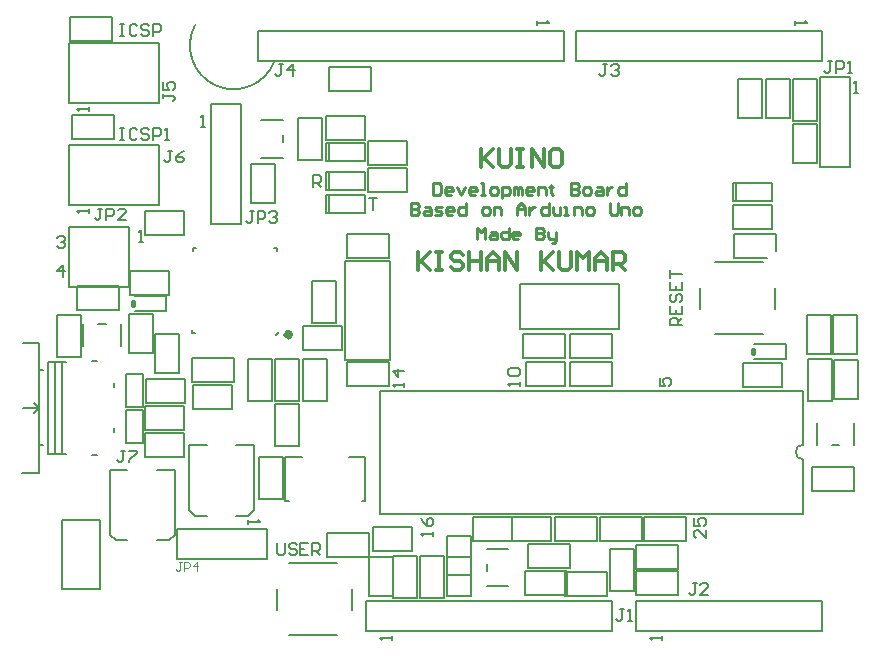
<source format=gto>
G04*
G04 #@! TF.GenerationSoftware,Altium Limited,Altium Designer,22.11.1 (43)*
G04*
G04 Layer_Color=65535*
%FSLAX44Y44*%
%MOMM*%
G71*
G04*
G04 #@! TF.SameCoordinates,2AA7A9AF-3E7F-4844-AC60-F76D4B8FDDD6*
G04*
G04*
G04 #@! TF.FilePolarity,Positive*
G04*
G01*
G75*
%ADD10C,0.2000*%
%ADD11C,0.5000*%
%ADD12C,0.4000*%
%ADD13C,0.3540*%
%ADD14C,0.2540*%
%ADD15C,0.1000*%
D10*
X119746Y525398D02*
G03*
X187152Y495300I32655J-17398D01*
G01*
X634620Y170180D02*
G03*
X634620Y157480I0J-6350D01*
G01*
X611280Y334280D02*
Y348160D01*
X575720Y327840D02*
X604000D01*
X575720D02*
Y348160D01*
X611280D01*
X49780Y511840D02*
Y532160D01*
X14220Y511840D02*
X49780D01*
X14220D02*
Y532160D01*
X49780D01*
X114500Y114500D02*
Y169500D01*
X129500D01*
X154500D02*
X169500D01*
Y114500D02*
Y169500D01*
X119500Y109500D02*
X129500D01*
X114500Y114500D02*
X119500Y109500D01*
X154500D02*
X164500D01*
X169500Y114500D01*
X12700Y510540D02*
X88900D01*
Y459740D02*
Y510540D01*
X12700Y459740D02*
X88900D01*
X12700D02*
Y510540D01*
X265990Y427020D02*
X299010D01*
X265990Y406700D02*
X299010D01*
X265990D02*
Y427020D01*
X299010Y406700D02*
Y427020D01*
X299510Y383700D02*
Y404020D01*
X266490Y383700D02*
Y404020D01*
Y383700D02*
X299510D01*
X266490Y404020D02*
X299510D01*
X166840Y374490D02*
Y407510D01*
X187160Y374490D02*
Y407510D01*
X166840Y374490D02*
X187160D01*
X166840Y407510D02*
X187160D01*
X151130Y200660D02*
Y220980D01*
X118110Y200660D02*
Y220980D01*
Y200660D02*
X151130D01*
X118110Y220980D02*
X151130D01*
X63500Y247650D02*
Y280670D01*
X83820Y247650D02*
Y280670D01*
X63500Y247650D02*
X83820D01*
X63500Y280670D02*
X83820D01*
X77470Y347980D02*
Y368300D01*
X110490Y347980D02*
Y368300D01*
X77470D02*
X110490D01*
X77470Y347980D02*
X110490D01*
X78130Y226060D02*
X111150D01*
X78130Y205740D02*
X111150D01*
X78130D02*
Y226060D01*
X111150Y205740D02*
Y226060D01*
X110490Y182880D02*
Y203200D01*
X77470Y182880D02*
Y203200D01*
Y182880D02*
X110490D01*
X77470Y203200D02*
X110490D01*
X77490Y180160D02*
X110510D01*
X77490Y159840D02*
X110510D01*
X77490D02*
Y180160D01*
X110510Y159840D02*
Y180160D01*
X244510Y249840D02*
Y270160D01*
X211490Y249840D02*
Y270160D01*
Y249840D02*
X244510D01*
X211490Y270160D02*
X244510D01*
X602840Y446490D02*
Y479510D01*
X623160Y446490D02*
Y479510D01*
X602840Y446490D02*
X623160D01*
X602840Y479510D02*
X623160D01*
X579840D02*
X600160D01*
X579840Y446490D02*
X600160D01*
Y479510D01*
X579840Y446490D02*
Y479510D01*
X625840Y408490D02*
Y441510D01*
X646160Y408490D02*
Y441510D01*
X625840Y408490D02*
X646160D01*
X625840Y441510D02*
X646160D01*
X332740Y59690D02*
X353060D01*
X332740Y92710D02*
X353060D01*
X332740Y59690D02*
Y92710D01*
X353060Y59690D02*
Y92710D01*
Y41910D02*
Y74930D01*
X332740Y41910D02*
Y74930D01*
X353060D01*
X332740Y41910D02*
X353060D01*
X388490Y88840D02*
Y109160D01*
X421510Y88840D02*
Y109160D01*
X388490D02*
X421510D01*
X388490Y88840D02*
X421510D01*
X230490Y427840D02*
X263510D01*
X230490Y448160D02*
X263510D01*
Y427840D02*
Y448160D01*
X230490Y427840D02*
Y448160D01*
X575310Y353060D02*
Y373380D01*
X608330Y353060D02*
Y373380D01*
X575310D02*
X608330D01*
X575310Y353060D02*
X608330D01*
X583490Y239160D02*
X616510D01*
X583490Y218840D02*
X616510D01*
X583490D02*
Y239160D01*
X616510Y218840D02*
Y239160D01*
X399990Y219840D02*
Y240160D01*
X433010Y219840D02*
Y240160D01*
X399990D02*
X433010D01*
X399990Y219840D02*
X433010D01*
X64770Y297180D02*
X97790D01*
X64770Y317500D02*
X97790D01*
Y297180D02*
Y317500D01*
X64770Y297180D02*
Y317500D01*
X85840Y230490D02*
X106160D01*
X85840Y263510D02*
X106160D01*
X85840Y230490D02*
Y263510D01*
X106160Y230490D02*
Y263510D01*
X680160Y246490D02*
Y279510D01*
X659840Y246490D02*
Y279510D01*
X680160D01*
X659840Y246490D02*
X680160D01*
X266700Y41910D02*
X287020D01*
X266700Y74930D02*
X287020D01*
X266700Y41910D02*
Y74930D01*
X287020Y41910D02*
Y74930D01*
X660840Y208990D02*
Y242010D01*
X681160Y208990D02*
Y242010D01*
X660840Y208990D02*
X681160D01*
X660840Y242010D02*
X681160D01*
X354990Y88900D02*
Y109220D01*
X388010Y88900D02*
Y109220D01*
X354990D02*
X388010D01*
X354990Y88900D02*
X388010D01*
X270817Y100685D02*
X303837D01*
X270817Y80365D02*
X303837D01*
X270817D02*
Y100685D01*
X303837Y80365D02*
Y100685D01*
X637840Y246490D02*
X658160D01*
X637840Y279510D02*
X658160D01*
X637840Y246490D02*
Y279510D01*
X658160Y246490D02*
Y279510D01*
X68580Y283210D02*
X95250D01*
X68580Y295910D02*
X95250D01*
Y283210D02*
Y295910D01*
X619970Y242650D02*
Y255350D01*
X593300D02*
X619970D01*
X593300Y242650D02*
X619970D01*
X650240Y12700D02*
Y38100D01*
X492760Y12700D02*
Y38100D01*
X650240D01*
X492760Y12700D02*
X650240D01*
X649300Y405500D02*
X674700D01*
X649300D02*
Y481700D01*
X674700Y405500D02*
Y481700D01*
X649300D02*
X674700D01*
X180340Y73660D02*
Y99060D01*
X104140Y73660D02*
X180340D01*
X104140Y99060D02*
X180340D01*
X104140Y73660D02*
Y99060D01*
X230220Y385380D02*
X232760D01*
X230220Y400620D02*
X232760D01*
X263240D01*
Y385380D02*
Y400620D01*
X232760Y385380D02*
X263240D01*
X232760D02*
Y400620D01*
X230220Y385380D02*
Y400620D01*
Y366380D02*
Y381620D01*
X232760Y366380D02*
Y381620D01*
Y366380D02*
X263240D01*
Y381620D01*
X232760D02*
X263240D01*
X230220D02*
X232760D01*
X230220Y366380D02*
X232760D01*
X230220Y410380D02*
X232760D01*
X230220Y425620D02*
X232760D01*
X263240D01*
Y410380D02*
Y425620D01*
X232760Y410380D02*
X263240D01*
X232760D02*
Y425620D01*
X230220Y410380D02*
Y425620D01*
X575220Y376380D02*
Y391620D01*
X577760Y376380D02*
Y391620D01*
Y376380D02*
X608240D01*
Y391620D01*
X577760D02*
X608240D01*
X575220D02*
X577760D01*
X575220Y376380D02*
X577760D01*
X133300Y357100D02*
X158700D01*
Y458700D01*
X133300Y357100D02*
Y458700D01*
X158700D01*
X264160Y12700D02*
X472440D01*
X264160Y38100D02*
X472440D01*
X264160Y12700D02*
Y38100D01*
X472440Y12700D02*
Y38100D01*
X441960Y495300D02*
Y520700D01*
X650240Y495300D02*
Y520700D01*
X441960Y495300D02*
X650240D01*
X441960Y520700D02*
X650240D01*
X431800Y495300D02*
Y520700D01*
X172720Y495300D02*
X431800D01*
X172720Y520700D02*
X431800D01*
X172720Y495300D02*
Y520700D01*
X12700Y373380D02*
Y424180D01*
Y373380D02*
X88900D01*
Y424180D01*
X12700D02*
X88900D01*
X63500Y303900D02*
Y354700D01*
X12700D02*
X63500D01*
X12700Y303900D02*
Y354700D01*
Y303900D02*
X63500D01*
X196000Y122000D02*
Y160000D01*
X210000D01*
X250000D02*
X264000D01*
Y122000D02*
Y160000D01*
X261000Y122000D02*
X264000D01*
X196000D02*
X199000D01*
X246950Y241590D02*
X285050D01*
X246950D02*
Y325410D01*
X285050D01*
Y241590D02*
Y325410D01*
X478910Y267950D02*
Y306050D01*
X395090Y267950D02*
X478910D01*
X395090D02*
Y306050D01*
X478910D01*
X276480Y215900D02*
X634620D01*
X276480Y111760D02*
Y215900D01*
X634620Y111760D02*
Y157480D01*
X276480Y111760D02*
X634620D01*
Y170180D02*
Y215900D01*
X194000Y426000D02*
Y432000D01*
X176000Y445000D02*
X194000D01*
X176000Y413000D02*
X194000D01*
X38000Y272000D02*
X44000D01*
X25000Y254000D02*
Y272000D01*
X57000Y254000D02*
Y272000D01*
X659000Y170000D02*
X665000D01*
X678000D02*
Y188000D01*
X646000Y170000D02*
Y188000D01*
X366920Y63040D02*
Y69040D01*
Y50040D02*
X384920D01*
X366920Y82040D02*
X384920D01*
X97500Y89000D02*
X102500Y94000D01*
X87500Y89000D02*
X97500D01*
X47500Y94000D02*
X52500Y89000D01*
X62500D01*
X102500Y94000D02*
Y149000D01*
X87500D02*
X102500D01*
X47500D02*
X62500D01*
X47500Y94000D02*
Y149000D01*
X6860Y105960D02*
X38860D01*
X6860Y47960D02*
Y105960D01*
Y47960D02*
X38860D01*
Y105960D01*
X559680Y263520D02*
X600320D01*
X559680Y324480D02*
X600320D01*
X610480Y285110D02*
Y302890D01*
X546980Y285110D02*
Y302890D01*
X253020Y30110D02*
Y47890D01*
X189520Y30110D02*
Y47890D01*
X199680Y8520D02*
X240320D01*
X199680Y69480D02*
X240320D01*
X-16630Y197000D02*
X-12630Y201000D01*
X-16630Y205000D02*
X-12630Y201000D01*
X-16630Y205000D02*
X-12630Y201000D01*
X-25630D02*
X-12630D01*
X-26630Y146000D02*
X-12630D01*
X-25630Y256000D02*
X-12630D01*
Y146000D02*
Y256000D01*
X7370Y162000D02*
Y240000D01*
X1370Y162000D02*
Y240000D01*
X32710Y161169D02*
X36710D01*
X32370Y241000D02*
X36370D01*
X51370Y219000D02*
Y222000D01*
Y181000D02*
Y184000D01*
X-4630Y240000D02*
X10370D01*
X-4630Y162000D02*
Y240000D01*
Y162000D02*
X10370D01*
X-12630Y233000D02*
X-8630D01*
X-12630Y170000D02*
X-8630D01*
X189560Y334290D02*
Y336830D01*
X187020D02*
X189560D01*
X118440Y334290D02*
Y336830D01*
X120980D01*
X117170Y264440D02*
X119710D01*
X117170D02*
Y266980D01*
X188290Y263170D02*
X190830Y265710D01*
X75580Y201900D02*
Y229900D01*
X61580Y201900D02*
X75580D01*
X61580D02*
Y229900D01*
X75580D01*
X61580Y171540D02*
Y199540D01*
X75580D01*
Y171540D02*
Y199540D01*
X61580Y171540D02*
X75580D01*
X231160Y207220D02*
Y242780D01*
X210840D02*
X231160D01*
X210840Y207220D02*
Y242780D01*
Y207220D02*
X231160D01*
X208160D02*
Y242780D01*
X187840D02*
X208160D01*
X187840Y207220D02*
Y242780D01*
Y207220D02*
X208160D01*
X239160Y273220D02*
Y308780D01*
X218840D02*
X239160D01*
X218840Y273220D02*
Y308780D01*
Y273220D02*
X239160D01*
X185160Y207220D02*
Y242780D01*
X164840D02*
X185160D01*
X164840Y207220D02*
Y242780D01*
Y207220D02*
X185160D01*
X116840Y243840D02*
X152400D01*
X116840Y223520D02*
Y243840D01*
Y223520D02*
X152400D01*
Y243840D01*
X15220Y449160D02*
X50780D01*
X15220Y428840D02*
Y449160D01*
Y428840D02*
X50780D01*
Y449160D01*
X248220Y327840D02*
X283780D01*
Y348160D01*
X248220D02*
X283780D01*
X248220Y327840D02*
Y348160D01*
Y219840D02*
X283780D01*
Y240160D01*
X248220D02*
X283780D01*
X248220Y219840D02*
Y240160D01*
X646160Y444220D02*
Y479780D01*
X625840D02*
X646160D01*
X625840Y444220D02*
Y479780D01*
Y444220D02*
X646160D01*
X433220Y62160D02*
X468780D01*
X433220Y41840D02*
Y62160D01*
Y41840D02*
X468780D01*
Y62160D01*
X287020Y40640D02*
Y76200D01*
Y40640D02*
X307340D01*
Y76200D01*
X287020D02*
X307340D01*
X398780Y63500D02*
X434340D01*
X398780Y43180D02*
Y63500D01*
Y43180D02*
X434340D01*
Y63500D01*
X173840Y124220D02*
Y159780D01*
Y124220D02*
X194160D01*
Y159780D01*
X173840D02*
X194160D01*
X231720Y74840D02*
X267280D01*
Y95160D01*
X231720D02*
X267280D01*
X231720Y74840D02*
Y95160D01*
X233220Y490160D02*
X268780D01*
X233220Y469840D02*
Y490160D01*
Y469840D02*
X268780D01*
Y490160D01*
X493220Y64840D02*
X528780D01*
Y85160D01*
X493220D02*
X528780D01*
X493220Y64840D02*
Y85160D01*
X437220Y219840D02*
X472780D01*
Y240160D01*
X437220D02*
X472780D01*
X437220Y219840D02*
Y240160D01*
X500220Y109160D02*
X535780D01*
X500220Y88840D02*
Y109160D01*
Y88840D02*
X535780D01*
Y109160D01*
X424220Y88840D02*
X459780D01*
Y109160D01*
X424220D02*
X459780D01*
X424220Y88840D02*
Y109160D01*
X462220D02*
X497780D01*
X462220Y88840D02*
Y109160D01*
Y88840D02*
X497780D01*
Y109160D01*
X227160Y411220D02*
Y446780D01*
X206840D02*
X227160D01*
X206840Y411220D02*
Y446780D01*
Y411220D02*
X227160D01*
X397720Y264160D02*
X433280D01*
X397720Y243840D02*
Y264160D01*
Y243840D02*
X433280D01*
Y264160D01*
X437220D02*
X472780D01*
X437220Y243840D02*
Y264160D01*
Y243840D02*
X472780D01*
Y264160D01*
X19660Y284480D02*
X55220D01*
Y304800D01*
X19660D02*
X55220D01*
X19660Y284480D02*
Y304800D01*
X2540Y244500D02*
Y280060D01*
Y244500D02*
X22860D01*
Y280060D01*
X2540D02*
X22860D01*
X642220Y151160D02*
X677780D01*
X642220Y130840D02*
Y151160D01*
Y130840D02*
X677780D01*
Y151160D01*
X309880Y40640D02*
Y76200D01*
Y40640D02*
X330200D01*
Y76200D01*
X309880D02*
X330200D01*
X659160Y207220D02*
Y242780D01*
X638840D02*
X659160D01*
X638840Y207220D02*
Y242780D01*
Y207220D02*
X659160D01*
X401320Y86360D02*
X436880D01*
X401320Y66040D02*
Y86360D01*
Y66040D02*
X436880D01*
Y86360D01*
X208160Y168720D02*
Y204280D01*
X187840D02*
X208160D01*
X187840Y168720D02*
Y204280D01*
Y168720D02*
X208160D01*
X493220Y42840D02*
X528780D01*
Y63160D01*
X493220D02*
X528780D01*
X493220Y42840D02*
Y63160D01*
X491160Y46220D02*
Y81780D01*
X470840D02*
X491160D01*
X470840Y46220D02*
Y81780D01*
Y46220D02*
X491160D01*
X29750Y452850D02*
Y456182D01*
Y454516D01*
X19753D01*
X21419Y452850D01*
X514890Y4540D02*
Y7872D01*
Y6206D01*
X504893D01*
X506559Y4540D01*
X678000Y468000D02*
X681332D01*
X679666D01*
Y477997D01*
X678000Y476331D01*
X165000Y106000D02*
Y102668D01*
Y104334D01*
X174997D01*
X173331Y106000D01*
X125140Y439110D02*
X128472D01*
X126806D01*
Y449107D01*
X125140Y447441D01*
X286290Y4540D02*
Y7872D01*
Y6206D01*
X276293D01*
X277959Y4540D01*
X628110Y528860D02*
Y525528D01*
Y527194D01*
X638107D01*
X636441Y528860D01*
X409670D02*
Y525528D01*
Y527194D01*
X419667D01*
X418001Y528860D01*
X29750Y366490D02*
Y369822D01*
Y368156D01*
X19753D01*
X21419Y366490D01*
X72000Y342000D02*
X75332D01*
X73666D01*
Y351997D01*
X72000Y350331D01*
X220000Y388000D02*
Y397997D01*
X224998D01*
X226665Y396331D01*
Y392998D01*
X224998Y391332D01*
X220000D01*
X223332D02*
X226665Y388000D01*
X267000Y378997D02*
X273664D01*
X270332D01*
Y369000D01*
X552000Y97664D02*
Y91000D01*
X545336Y97664D01*
X543669D01*
X542003Y95998D01*
Y92666D01*
X543669Y91000D01*
X542003Y107661D02*
Y100997D01*
X547002D01*
X545336Y104329D01*
Y105995D01*
X547002Y107661D01*
X550334D01*
X552000Y105995D01*
Y102663D01*
X550334Y100997D01*
X321000Y93000D02*
Y96332D01*
Y94666D01*
X311003D01*
X312669Y93000D01*
X311003Y107995D02*
X312669Y104663D01*
X316002Y101331D01*
X319334D01*
X321000Y102997D01*
Y106329D01*
X319334Y107995D01*
X317668D01*
X316002Y106329D01*
Y101331D01*
X297000Y219000D02*
Y222332D01*
Y220666D01*
X287003D01*
X288669Y219000D01*
X297000Y232329D02*
X287003D01*
X292002Y227331D01*
Y233995D01*
X395000Y220000D02*
Y223332D01*
Y221666D01*
X385003D01*
X386669Y220000D01*
Y228331D02*
X385003Y229997D01*
Y233329D01*
X386669Y234995D01*
X393334D01*
X395000Y233329D01*
Y229997D01*
X393334Y228331D01*
X386669D01*
X513003Y226665D02*
Y220000D01*
X518002D01*
X516335Y223332D01*
Y224998D01*
X518002Y226665D01*
X521334D01*
X523000Y224998D01*
Y221666D01*
X521334Y220000D01*
X7998Y312000D02*
Y321997D01*
X3000Y316998D01*
X9664D01*
X3000Y345331D02*
X4666Y346997D01*
X7998D01*
X9664Y345331D01*
Y343665D01*
X7998Y341998D01*
X6332D01*
X7998D01*
X9664Y340332D01*
Y338666D01*
X7998Y337000D01*
X4666D01*
X3000Y338666D01*
X56000Y437997D02*
X59332D01*
X57666D01*
Y428000D01*
X56000D01*
X59332D01*
X70995Y436331D02*
X69329Y437997D01*
X65997D01*
X64331Y436331D01*
Y429666D01*
X65997Y428000D01*
X69329D01*
X70995Y429666D01*
X80992Y436331D02*
X79326Y437997D01*
X75993D01*
X74327Y436331D01*
Y434664D01*
X75993Y432998D01*
X79326D01*
X80992Y431332D01*
Y429666D01*
X79326Y428000D01*
X75993D01*
X74327Y429666D01*
X84324Y428000D02*
Y437997D01*
X89323D01*
X90989Y436331D01*
Y432998D01*
X89323Y431332D01*
X84324D01*
X94321Y428000D02*
X97653D01*
X95987D01*
Y437997D01*
X94321Y436331D01*
X56000Y525997D02*
X59332D01*
X57666D01*
Y516000D01*
X56000D01*
X59332D01*
X70995Y524331D02*
X69329Y525997D01*
X65997D01*
X64331Y524331D01*
Y517666D01*
X65997Y516000D01*
X69329D01*
X70995Y517666D01*
X80992Y524331D02*
X79326Y525997D01*
X75993D01*
X74327Y524331D01*
Y522664D01*
X75993Y520998D01*
X79326D01*
X80992Y519332D01*
Y517666D01*
X79326Y516000D01*
X75993D01*
X74327Y517666D01*
X84324Y516000D02*
Y525997D01*
X89323D01*
X90989Y524331D01*
Y520998D01*
X89323Y519332D01*
X84324D01*
X189000Y86997D02*
Y78666D01*
X190666Y77000D01*
X193998D01*
X195665Y78666D01*
Y86997D01*
X205661Y85331D02*
X203995Y86997D01*
X200663D01*
X198997Y85331D01*
Y83665D01*
X200663Y81998D01*
X203995D01*
X205661Y80332D01*
Y78666D01*
X203995Y77000D01*
X200663D01*
X198997Y78666D01*
X215658Y86997D02*
X208994D01*
Y77000D01*
X215658D01*
X208994Y81998D02*
X212326D01*
X218990Y77000D02*
Y86997D01*
X223989D01*
X225655Y85331D01*
Y81998D01*
X223989Y80332D01*
X218990D01*
X222323D02*
X225655Y77000D01*
X532000Y271000D02*
X522003D01*
Y275998D01*
X523669Y277665D01*
X527002D01*
X528668Y275998D01*
Y271000D01*
Y274332D02*
X532000Y277665D01*
X522003Y287661D02*
Y280997D01*
X532000D01*
Y287661D01*
X527002Y280997D02*
Y284329D01*
X523669Y297658D02*
X522003Y295992D01*
Y292660D01*
X523669Y290994D01*
X525336D01*
X527002Y292660D01*
Y295992D01*
X528668Y297658D01*
X530334D01*
X532000Y295992D01*
Y292660D01*
X530334Y290994D01*
X522003Y307655D02*
Y300990D01*
X532000D01*
Y307655D01*
X527002Y300990D02*
Y304323D01*
X522003Y310987D02*
Y317652D01*
Y314319D01*
X532000D01*
X169335Y367998D02*
X166003D01*
X167669D01*
Y359668D01*
X166003Y358002D01*
X164337D01*
X162671Y359668D01*
X172668Y358002D02*
Y367998D01*
X177666D01*
X179332Y366332D01*
Y363000D01*
X177666Y361334D01*
X172668D01*
X182665Y366332D02*
X184331Y367998D01*
X187663D01*
X189329Y366332D01*
Y364666D01*
X187663Y363000D01*
X185997D01*
X187663D01*
X189329Y361334D01*
Y359668D01*
X187663Y358002D01*
X184331D01*
X182665Y359668D01*
X41336Y369998D02*
X38003D01*
X39669D01*
Y361668D01*
X38003Y360002D01*
X36337D01*
X34671Y361668D01*
X44668Y360002D02*
Y369998D01*
X49666D01*
X51332Y368332D01*
Y365000D01*
X49666Y363334D01*
X44668D01*
X61329Y360002D02*
X54665D01*
X61329Y366666D01*
Y368332D01*
X59663Y369998D01*
X56331D01*
X54665Y368332D01*
X659002Y494998D02*
X655669D01*
X657336D01*
Y486668D01*
X655669Y485002D01*
X654003D01*
X652337Y486668D01*
X662334Y485002D02*
Y494998D01*
X667332D01*
X668998Y493332D01*
Y490000D01*
X667332Y488334D01*
X662334D01*
X672331Y485002D02*
X675663D01*
X673997D01*
Y494998D01*
X672331Y493332D01*
X60334Y164998D02*
X57002D01*
X58668D01*
Y156668D01*
X57002Y155002D01*
X55335D01*
X53669Y156668D01*
X63666Y164998D02*
X70331D01*
Y163332D01*
X63666Y156668D01*
Y155002D01*
X100334Y418998D02*
X97002D01*
X98668D01*
Y410668D01*
X97002Y409002D01*
X95336D01*
X93669Y410668D01*
X110331Y418998D02*
X106998Y417332D01*
X103666Y414000D01*
Y410668D01*
X105332Y409002D01*
X108665D01*
X110331Y410668D01*
Y412334D01*
X108665Y414000D01*
X103666D01*
X93002Y467334D02*
Y464002D01*
Y465668D01*
X101332D01*
X102998Y464002D01*
Y462336D01*
X101332Y460669D01*
X93002Y477331D02*
Y470666D01*
X98000D01*
X96334Y473998D01*
Y475664D01*
X98000Y477331D01*
X101332D01*
X102998Y475664D01*
Y472332D01*
X101332Y470666D01*
X194334Y491998D02*
X191002D01*
X192668D01*
Y483668D01*
X191002Y482002D01*
X189335D01*
X187669Y483668D01*
X202665Y482002D02*
Y491998D01*
X197666Y487000D01*
X204331D01*
X468334Y491998D02*
X465002D01*
X466668D01*
Y483668D01*
X465002Y482002D01*
X463335D01*
X461669Y483668D01*
X471666Y490332D02*
X473332Y491998D01*
X476665D01*
X478331Y490332D01*
Y488666D01*
X476665Y487000D01*
X474998D01*
X476665D01*
X478331Y485334D01*
Y483668D01*
X476665Y482002D01*
X473332D01*
X471666Y483668D01*
X544334Y52998D02*
X541002D01*
X542668D01*
Y44668D01*
X541002Y43002D01*
X539336D01*
X537669Y44668D01*
X554331Y43002D02*
X547666D01*
X554331Y49666D01*
Y51332D01*
X552664Y52998D01*
X549332D01*
X547666Y51332D01*
X483000Y30998D02*
X479668D01*
X481334D01*
Y22668D01*
X479668Y21002D01*
X478002D01*
X476335Y22668D01*
X486332Y21002D02*
X489664D01*
X487998D01*
Y30998D01*
X486332Y29332D01*
D11*
X200246Y263170D02*
G03*
X200246Y263170I-1796J0D01*
G01*
D12*
X67310Y288290D02*
Y290830D01*
X592030Y247730D02*
Y250270D01*
D13*
X308540Y332775D02*
Y317540D01*
Y322618D01*
X318697Y332775D01*
X311079Y325158D01*
X318697Y317540D01*
X323775Y332775D02*
X328853D01*
X326314D01*
Y317540D01*
X323775D01*
X328853D01*
X346628Y330236D02*
X344089Y332775D01*
X339010D01*
X336471Y330236D01*
Y327697D01*
X339010Y325158D01*
X344089D01*
X346628Y322618D01*
Y320079D01*
X344089Y317540D01*
X339010D01*
X336471Y320079D01*
X351706Y332775D02*
Y317540D01*
Y325158D01*
X361863D01*
Y332775D01*
Y317540D01*
X366941D02*
Y327697D01*
X372019Y332775D01*
X377098Y327697D01*
Y317540D01*
Y325158D01*
X366941D01*
X382176Y317540D02*
Y332775D01*
X392333Y317540D01*
Y332775D01*
X412646D02*
Y317540D01*
Y322618D01*
X422803Y332775D01*
X415186Y325158D01*
X422803Y317540D01*
X427881Y332775D02*
Y320079D01*
X430421Y317540D01*
X435499D01*
X438038Y320079D01*
Y332775D01*
X443116Y317540D02*
Y332775D01*
X448195Y327697D01*
X453273Y332775D01*
Y317540D01*
X458352D02*
Y327697D01*
X463430Y332775D01*
X468508Y327697D01*
Y317540D01*
Y325158D01*
X458352D01*
X473587Y317540D02*
Y332775D01*
X481204D01*
X483743Y330236D01*
Y325158D01*
X481204Y322618D01*
X473587D01*
X478665D02*
X483743Y317540D01*
X361540Y420775D02*
Y405540D01*
Y410618D01*
X371697Y420775D01*
X364079Y413158D01*
X371697Y405540D01*
X376775Y420775D02*
Y408079D01*
X379314Y405540D01*
X384393D01*
X386932Y408079D01*
Y420775D01*
X392010D02*
X397089D01*
X394549D01*
Y405540D01*
X392010D01*
X397089D01*
X404706D02*
Y420775D01*
X414863Y405540D01*
Y420775D01*
X427559D02*
X422480D01*
X419941Y418236D01*
Y408079D01*
X422480Y405540D01*
X427559D01*
X430098Y408079D01*
Y418236D01*
X427559Y420775D01*
D14*
X358540Y343872D02*
Y353869D01*
X361872Y350537D01*
X365205Y353869D01*
Y343872D01*
X370203Y350537D02*
X373535D01*
X375201Y348871D01*
Y343872D01*
X370203D01*
X368537Y345538D01*
X370203Y347205D01*
X375201D01*
X385198Y353869D02*
Y343872D01*
X380200D01*
X378534Y345538D01*
Y348871D01*
X380200Y350537D01*
X385198D01*
X393529Y343872D02*
X390196D01*
X388530Y345538D01*
Y348871D01*
X390196Y350537D01*
X393529D01*
X395195Y348871D01*
Y347205D01*
X388530D01*
X408524Y353869D02*
Y343872D01*
X413522D01*
X415188Y345538D01*
Y347205D01*
X413522Y348871D01*
X408524D01*
X413522D01*
X415188Y350537D01*
Y352203D01*
X413522Y353869D01*
X408524D01*
X418521Y350537D02*
Y345538D01*
X420187Y343872D01*
X425185D01*
Y342206D01*
X423519Y340540D01*
X421853D01*
X425185Y343872D02*
Y350537D01*
X302540Y374537D02*
Y364540D01*
X307538D01*
X309205Y366206D01*
Y367872D01*
X307538Y369538D01*
X302540D01*
X307538D01*
X309205Y371204D01*
Y372871D01*
X307538Y374537D01*
X302540D01*
X314203Y371204D02*
X317535D01*
X319201Y369538D01*
Y364540D01*
X314203D01*
X312537Y366206D01*
X314203Y367872D01*
X319201D01*
X322534Y364540D02*
X327532D01*
X329198Y366206D01*
X327532Y367872D01*
X324200D01*
X322534Y369538D01*
X324200Y371204D01*
X329198D01*
X337529Y364540D02*
X334197D01*
X332530Y366206D01*
Y369538D01*
X334197Y371204D01*
X337529D01*
X339195Y369538D01*
Y367872D01*
X332530D01*
X349192Y374537D02*
Y364540D01*
X344193D01*
X342527Y366206D01*
Y369538D01*
X344193Y371204D01*
X349192D01*
X364187Y364540D02*
X367519D01*
X369185Y366206D01*
Y369538D01*
X367519Y371204D01*
X364187D01*
X362521Y369538D01*
Y366206D01*
X364187Y364540D01*
X372518D02*
Y371204D01*
X377516D01*
X379182Y369538D01*
Y364540D01*
X392511D02*
Y371204D01*
X395843Y374537D01*
X399175Y371204D01*
Y364540D01*
Y369538D01*
X392511D01*
X402508Y371204D02*
Y364540D01*
Y367872D01*
X404174Y369538D01*
X405840Y371204D01*
X407506D01*
X419169Y374537D02*
Y364540D01*
X414171D01*
X412505Y366206D01*
Y369538D01*
X414171Y371204D01*
X419169D01*
X422501D02*
Y366206D01*
X424168Y364540D01*
X429166D01*
Y371204D01*
X432498Y364540D02*
X435830D01*
X434164D01*
Y371204D01*
X432498D01*
X440829Y364540D02*
Y371204D01*
X445827D01*
X447493Y369538D01*
Y364540D01*
X452492D02*
X455824D01*
X457490Y366206D01*
Y369538D01*
X455824Y371204D01*
X452492D01*
X450826Y369538D01*
Y366206D01*
X452492Y364540D01*
X470819Y374537D02*
Y366206D01*
X472485Y364540D01*
X475817D01*
X477484Y366206D01*
Y374537D01*
X480816Y364540D02*
Y371204D01*
X485814D01*
X487480Y369538D01*
Y364540D01*
X492479D02*
X495811D01*
X497477Y366206D01*
Y369538D01*
X495811Y371204D01*
X492479D01*
X490813Y369538D01*
Y366206D01*
X492479Y364540D01*
X321540Y391869D02*
Y381872D01*
X326538D01*
X328204Y383538D01*
Y390203D01*
X326538Y391869D01*
X321540D01*
X336535Y381872D02*
X333203D01*
X331537Y383538D01*
Y386871D01*
X333203Y388537D01*
X336535D01*
X338201Y386871D01*
Y385205D01*
X331537D01*
X341534Y388537D02*
X344866Y381872D01*
X348198Y388537D01*
X356529Y381872D02*
X353196D01*
X351530Y383538D01*
Y386871D01*
X353196Y388537D01*
X356529D01*
X358195Y386871D01*
Y385205D01*
X351530D01*
X361527Y381872D02*
X364859D01*
X363193D01*
Y391869D01*
X361527D01*
X371524Y381872D02*
X374856D01*
X376522Y383538D01*
Y386871D01*
X374856Y388537D01*
X371524D01*
X369858Y386871D01*
Y383538D01*
X371524Y381872D01*
X379855Y378540D02*
Y388537D01*
X384853D01*
X386519Y386871D01*
Y383538D01*
X384853Y381872D01*
X379855D01*
X389851D02*
Y388537D01*
X391517D01*
X393184Y386871D01*
Y381872D01*
Y386871D01*
X394850Y388537D01*
X396516Y386871D01*
Y381872D01*
X404846D02*
X401514D01*
X399848Y383538D01*
Y386871D01*
X401514Y388537D01*
X404846D01*
X406513Y386871D01*
Y385205D01*
X399848D01*
X409845Y381872D02*
Y388537D01*
X414843D01*
X416509Y386871D01*
Y381872D01*
X421508Y390203D02*
Y388537D01*
X419842D01*
X423174D01*
X421508D01*
Y383538D01*
X423174Y381872D01*
X438169Y391869D02*
Y381872D01*
X443167D01*
X444834Y383538D01*
Y385205D01*
X443167Y386871D01*
X438169D01*
X443167D01*
X444834Y388537D01*
Y390203D01*
X443167Y391869D01*
X438169D01*
X449832Y381872D02*
X453164D01*
X454830Y383538D01*
Y386871D01*
X453164Y388537D01*
X449832D01*
X448166Y386871D01*
Y383538D01*
X449832Y381872D01*
X459829Y388537D02*
X463161D01*
X464827Y386871D01*
Y381872D01*
X459829D01*
X458163Y383538D01*
X459829Y385205D01*
X464827D01*
X468159Y388537D02*
Y381872D01*
Y385205D01*
X469826Y386871D01*
X471492Y388537D01*
X473158D01*
X484821Y391869D02*
Y381872D01*
X479822D01*
X478156Y383538D01*
Y386871D01*
X479822Y388537D01*
X484821D01*
D15*
X108335Y70499D02*
X106002D01*
X107169D01*
Y64667D01*
X106002Y63501D01*
X104836D01*
X103670Y64667D01*
X110667Y63501D02*
Y70499D01*
X114166D01*
X115333Y69333D01*
Y67000D01*
X114166Y65834D01*
X110667D01*
X121164Y63501D02*
Y70499D01*
X117665Y67000D01*
X122330D01*
M02*

</source>
